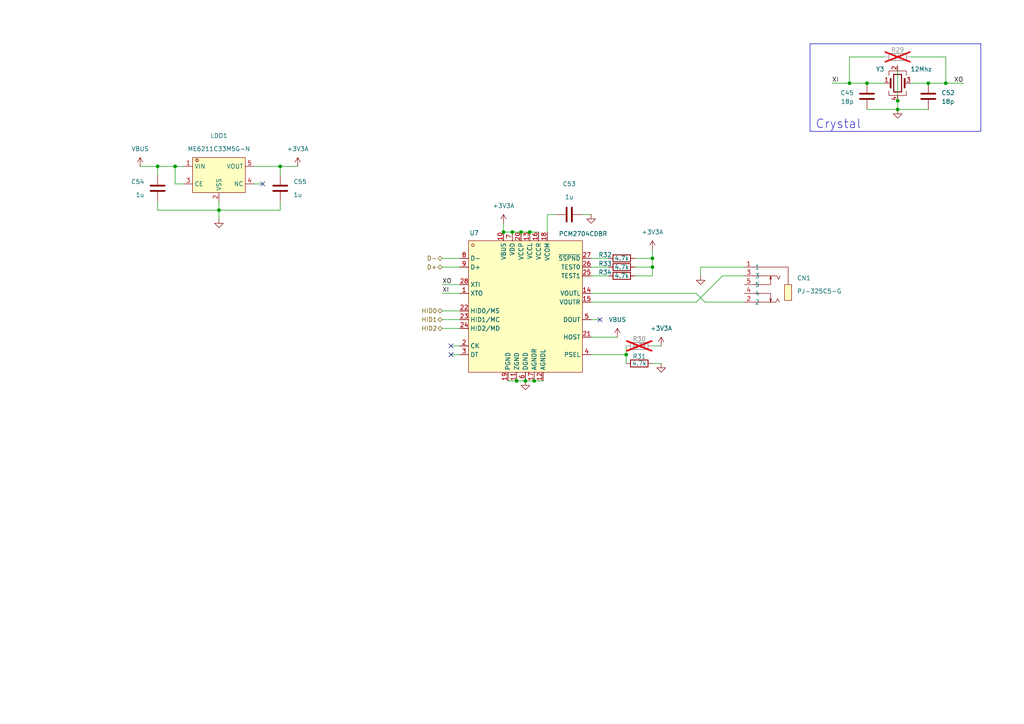
<source format=kicad_sch>
(kicad_sch (version 20250114) (generator "eeschema") (generator_version "9.0")
  (paper "A4")
  (lib_symbols
    (symbol "Device:C" (pin_numbers (hide yes)) (pin_names (offset 0.254))
      (property "Reference" "C" (at 0.635 2.54 0))
      (property "Value" "C" (at 0.635 -2.54 0))
      (symbol "C_0_1"
        (polyline (pts (xy -2.032 0.762) (xy 2.032 0.762)) (stroke (width 0.508)))
        (polyline (pts (xy -2.032 -0.762) (xy 2.032 -0.762)) (stroke (width 0.508)))
      )
      (symbol "C_1_1"
        (pin passive line (at 0 3.81 270) (length 2.794) (name "~") (number "1"))
        (pin passive line (at 0 -3.81 90) (length 2.794) (name "~") (number "2"))
      )
    )
    (symbol "Device:Crystal_GND24" (pin_names (offset 1.016) (hide yes))
      (property "Reference" "Y" (at 3.175 5.08 0))
      (property "Value" "Crystal_GND24" (at 3.175 3.175 0))
      (symbol "Crystal_GND24_0_1"
        (polyline (pts (xy -2.54 2.286) (xy -2.54 3.556) (xy 2.54 3.556) (xy 2.54 2.286)))
        (polyline (pts (xy -2.54 0) (xy -2.032 0)))
        (polyline (pts (xy -2.54 -2.286) (xy -2.54 -3.556) (xy 2.54 -3.556) (xy 2.54 -2.286)))
        (polyline (pts (xy -2.032 -1.27) (xy -2.032 1.27)) (stroke (width 0.508)))
        (rectangle (start -1.143 2.54) (end 1.143 -2.54) (stroke (width 0.3048)))
        (polyline (pts (xy 0 3.556) (xy 0 3.81)))
        (polyline (pts (xy 0 -3.81) (xy 0 -3.556)))
        (polyline (pts (xy 2.032 0) (xy 2.54 0)))
        (polyline (pts (xy 2.032 -1.27) (xy 2.032 1.27)) (stroke (width 0.508)))
      )
      (symbol "Crystal_GND24_1_1"
        (pin passive line (at -3.81 0 0) (length 1.27) (name "1") (number "1"))
        (pin passive line (at 0 5.08 270) (length 1.27) (name "2") (number "2"))
        (pin passive line (at 0 -5.08 90) (length 1.27) (name "4") (number "4"))
        (pin passive line (at 3.81 0 180) (length 1.27) (name "3") (number "3"))
      )
    )
    (symbol "Device:R" (pin_numbers (hide yes)) (pin_names (offset 0))
      (property "Reference" "R" (at 2.032 0 90))
      (property "Value" "R" (at 0 0 90))
      (symbol "R_0_1"
        (rectangle (start -1.016 -2.54) (end 1.016 2.54) (stroke (width 0.254)))
      )
      (symbol "R_1_1"
        (pin passive line (at 0 3.81 270) (length 1.27) (name "~") (number "1"))
        (pin passive line (at 0 -3.81 90) (length 1.27) (name "~") (number "2"))
      )
    )
    (symbol "easyeda2kicad:ME6211C33M5G-N"
      (property "Reference" "LDO" (at -5.842 6.35 0))
      (property "Value" "ME6211C33M5G-N" (at 7.366 6.35 0))
      (symbol "ME6211C33M5G-N_0_1"
        (rectangle (start -7.62 5.08) (end 7.62 -5.08) (fill (type background)))
        (circle (center -6.35 4.32) (radius 0.38))
        (circle (center -6.35 4.32) (radius 0.38))
        (pin power_in line (at -10.16 2.54 0) (length 2.54) (name "VIN") (number "1"))
        (pin unspecified line (at -10.16 -2.54 0) (length 2.54) (name "CE") (number "3"))
        (pin power_in line (at 0 -7.62 90) (length 2.54) (name "VSS") (number "2"))
        (pin power_out line (at 10.16 2.54 180) (length 2.54) (name "VOUT") (number "5"))
        (pin unspecified line (at 10.16 -2.54 180) (length 2.54) (name "NC") (number "4"))
      )
    )
    (symbol "easyeda2kicad:PCM2705CDBR"
      (property "Reference" "U" (at 0 21.59 0))
      (property "Value" "PCM2705CDBR" (at 0 -21.59 0))
      (symbol "PCM2705CDBR_0_1"
        (rectangle (start -16.51 19.05) (end 16.51 -19.05) (fill (type background)))
        (circle (center -15.24 17.78) (radius 0.38))
        (pin unspecified line (at -19.05 13.97 0) (length 2.54) (name "D-") (number "8"))
        (pin unspecified line (at -19.05 11.43 0) (length 2.54) (name "D+") (number "9"))
        (pin unspecified line (at -19.05 6.35 0) (length 2.54) (name "XTI") (number "28"))
        (pin unspecified line (at -19.05 3.81 0) (length 2.54) (name "XTO") (number "1"))
        (pin unspecified line (at -19.05 -1.27 0) (length 2.54) (name "HID0/MS") (number "22"))
        (pin unspecified line (at -19.05 -3.81 0) (length 2.54) (name "HID1/MC") (number "23"))
        (pin unspecified line (at -19.05 -6.35 0) (length 2.54) (name "HID2/MD") (number "24"))
        (pin unspecified line (at -19.05 -11.43 0) (length 2.54) (name "CK") (number "2"))
        (pin unspecified line (at -19.05 -13.97 0) (length 2.54) (name "DT") (number "3"))
        (pin unspecified line (at -6.35 21.59 270) (length 2.54) (name "VBUS") (number "10"))
        (pin unspecified line (at -5.08 -21.59 90) (length 2.54) (name "PGND") (number "19"))
        (pin unspecified line (at -3.81 21.59 270) (length 2.54) (name "VDD") (number "7"))
        (pin unspecified line (at -2.54 -21.59 90) (length 2.54) (name "ZGND") (number "11"))
        (pin unspecified line (at -1.27 21.59 270) (length 2.54) (name "VCCP") (number "20"))
        (pin unspecified line (at 0 -21.59 90) (length 2.54) (name "DGND") (number "6"))
        (pin unspecified line (at 1.27 21.59 270) (length 2.54) (name "VCCL") (number "13"))
        (pin unspecified line (at 2.54 -21.59 90) (length 2.54) (name "AGNDR") (number "17"))
        (pin unspecified line (at 3.81 21.59 270) (length 2.54) (name "VCCR") (number "16"))
        (pin unspecified line (at 5.08 -21.59 90) (length 2.54) (name "AGNDL") (number "12"))
        (pin unspecified line (at 6.35 21.59 270) (length 2.54) (name "VCOM") (number "18"))
        (pin unspecified line (at 19.05 13.97 180) (length 2.54) (name "~{SSPND}") (number "27"))
        (pin unspecified line (at 19.05 11.43 180) (length 2.54) (name "TEST0") (number "26"))
        (pin unspecified line (at 19.05 8.89 180) (length 2.54) (name "TEST1") (number "25"))
        (pin unspecified line (at 19.05 3.81 180) (length 2.54) (name "VOUTL") (number "14"))
        (pin unspecified line (at 19.05 1.27 180) (length 2.54) (name "VOUTR") (number "15"))
        (pin unspecified line (at 19.05 -3.81 180) (length 2.54) (name "DOUT") (number "5"))
        (pin unspecified line (at 19.05 -8.89 180) (length 2.54) (name "HOST") (number "21"))
        (pin unspecified line (at 19.05 -13.97 180) (length 2.54) (name "PSEL") (number "4"))
      )
    )
    (symbol "easyeda2kicad:PJ-325C5-G"
      (property "Reference" "CN" (at 0 10.16 0))
      (property "Value" "PJ-325C5-G" (at 0 -10.16 0))
      (symbol "PJ-325C5-G_0_1"
        (rectangle (start -11.18 0) (end -9.14 -4.57) (fill (type background)))
        (polyline (pts (xy -5.08 2.54) (xy -5.33 1.52)))
        (polyline (pts (xy -5.08 -5.08) (xy -5.33 -4.06)))
        (polyline (pts (xy 0 5.08) (xy -10.16 5.08) (xy -10.16 0)))
        (polyline (pts (xy 0 2.54) (xy -6.86 2.54) (xy -7.37 1.52) (xy -7.87 2.54)))
        (polyline (pts (xy 0 0) (xy -5.08 0) (xy -5.08 2.54) (xy -4.83 1.52)))
        (polyline (pts (xy 0 -2.54) (xy -5.08 -2.54) (xy -5.08 -5.08) (xy -4.83 -4.06)))
        (polyline (pts (xy 0 -5.08) (xy -6.6 -5.08) (xy -7.11 -4.06) (xy -7.62 -5.08)))
        (pin unspecified line (at 2.54 5.08 180) (length 2.54) (name "1") (number "1"))
        (pin unspecified line (at 2.54 2.54 180) (length 2.54) (name "3") (number "3"))
        (pin unspecified line (at 2.54 0 180) (length 2.54) (name "5") (number "5"))
        (pin unspecified line (at 2.54 -2.54 180) (length 2.54) (name "4") (number "4"))
        (pin unspecified line (at 2.54 -5.08 180) (length 2.54) (name "2") (number "2"))
      )
    )
    (symbol "power:+3V3" (power) (pin_numbers (hide yes)) (pin_names (offset 0) (hide yes))
      (property "Value" "+3V3" (at 0 3.556 0))
      (symbol "+3V3_0_1"
        (polyline (pts (xy -0.762 1.27) (xy 0 2.54)))
        (polyline (pts (xy 0 2.54) (xy 0.762 1.27)))
        (polyline (pts (xy 0 0) (xy 0 2.54)))
      )
      (symbol "+3V3_1_1"
        (pin power_in line (at 0 0 90) (length 0) (name "~") (number "1"))
      )
    )
    (symbol "power:GND" (power) (pin_numbers (hide yes)) (pin_names (offset 0) (hide yes))
      (property "Value" "GND" (at 0 -3.81 0))
      (symbol "GND_0_1"
        (polyline (pts (xy 0 0) (xy 0 -1.27) (xy 1.27 -1.27) (xy 0 -2.54) (xy -1.27 -1.27) (xy 0 -1.27)))
      )
      (symbol "GND_1_1"
        (pin power_in line (at 0 0 270) (length 0) (name "~") (number "1"))
      )
    )
    (symbol "power:VBUS" (power) (pin_numbers (hide yes)) (pin_names (offset 0) (hide yes))
      (property "Value" "VBUS" (at 0 3.556 0))
      (symbol "VBUS_0_1"
        (polyline (pts (xy -0.762 1.27) (xy 0 2.54)))
        (polyline (pts (xy 0 2.54) (xy 0.762 1.27)))
        (polyline (pts (xy 0 0) (xy 0 2.54)))
      )
      (symbol "VBUS_1_1"
        (pin power_in line (at 0 0 90) (length 0) (name "~") (number "1"))
      )
    )
  )
  (text "Crystal" (at 236.474 37.592 0) (effects (font (size 2.54 2.54)) (justify left bottom)))
  (junction (at 152.4 110.49))
  (junction (at 63.5 60.96))
  (junction (at 81.28 48.26))
  (junction (at 151.13 67.31))
  (junction (at 146.05 67.31))
  (junction (at 149.86 110.49))
  (junction (at 148.59 67.31))
  (junction (at 269.24 24.13))
  (junction (at 45.72 48.26))
  (junction (at 154.94 110.49))
  (junction (at 189.23 77.47))
  (junction (at 260.35 29.21))
  (junction (at 181.61 102.87))
  (junction (at 50.8 48.26))
  (junction (at 251.46 24.13))
  (junction (at 153.67 67.31))
  (junction (at 274.32 24.13))
  (junction (at 260.35 31.75))
  (junction (at 189.23 74.93))
  (junction (at 246.38 24.13))
  (no_connect (at 130.81 100.33))
  (no_connect (at 130.81 102.87))
  (no_connect (at 173.99 92.71))
  (no_connect (at 76.2 53.34))
  (wire (pts (xy 128.27 77.47) (xy 133.35 77.47)))
  (wire (pts (xy 171.45 87.63) (xy 201.93 87.63)))
  (wire (pts (xy 246.38 24.13) (xy 251.46 24.13)))
  (wire (pts (xy 171.45 80.01) (xy 176.53 80.01)))
  (wire (pts (xy 189.23 72.39) (xy 189.23 74.93)))
  (wire (pts (xy 81.28 48.26) (xy 73.66 48.26)))
  (wire (pts (xy 269.24 24.13) (xy 274.32 24.13)))
  (wire (pts (xy 171.45 97.79) (xy 179.07 97.79)))
  (wire (pts (xy 63.5 60.96) (xy 63.5 58.42)))
  (wire (pts (xy 128.27 85.09) (xy 133.35 85.09)))
  (wire (pts (xy 146.05 67.31) (xy 148.59 67.31)))
  (polyline (pts (xy 284.48 12.7) (xy 284.48 38.1)))
  (wire (pts (xy 168.91 62.23) (xy 171.45 62.23)))
  (wire (pts (xy 246.38 16.51) (xy 246.38 24.13)))
  (wire (pts (xy 173.99 92.71) (xy 171.45 92.71)))
  (wire (pts (xy 251.46 31.75) (xy 260.35 31.75)))
  (wire (pts (xy 158.75 62.23) (xy 158.75 67.31)))
  (wire (pts (xy 274.32 24.13) (xy 279.4 24.13)))
  (wire (pts (xy 81.28 58.42) (xy 81.28 60.96)))
  (wire (pts (xy 50.8 48.26) (xy 53.34 48.26)))
  (wire (pts (xy 274.32 16.51) (xy 274.32 24.13)))
  (wire (pts (xy 146.05 64.77) (xy 146.05 67.31)))
  (wire (pts (xy 203.2 77.47) (xy 203.2 80.01)))
  (wire (pts (xy 189.23 74.93) (xy 189.23 77.47)))
  (wire (pts (xy 86.36 48.26) (xy 81.28 48.26)))
  (wire (pts (xy 256.54 16.51) (xy 246.38 16.51)))
  (wire (pts (xy 184.15 80.01) (xy 189.23 80.01)))
  (wire (pts (xy 148.59 67.31) (xy 151.13 67.31)))
  (wire (pts (xy 241.3 24.13) (xy 246.38 24.13)))
  (wire (pts (xy 154.94 110.49) (xy 157.48 110.49)))
  (wire (pts (xy 204.47 87.63) (xy 215.9 87.63)))
  (wire (pts (xy 181.61 102.87) (xy 171.45 102.87)))
  (wire (pts (xy 189.23 77.47) (xy 189.23 80.01)))
  (wire (pts (xy 128.27 74.93) (xy 133.35 74.93)))
  (wire (pts (xy 40.64 48.26) (xy 45.72 48.26)))
  (polyline (pts (xy 234.95 12.7) (xy 284.48 12.7)))
  (wire (pts (xy 128.27 92.71) (xy 133.35 92.71)))
  (wire (pts (xy 153.67 67.31) (xy 156.21 67.31)))
  (wire (pts (xy 128.27 95.25) (xy 133.35 95.25)))
  (wire (pts (xy 184.15 74.93) (xy 189.23 74.93)))
  (wire (pts (xy 171.45 74.93) (xy 176.53 74.93)))
  (wire (pts (xy 181.61 100.33) (xy 181.61 102.87)))
  (wire (pts (xy 184.15 77.47) (xy 189.23 77.47)))
  (wire (pts (xy 149.86 110.49) (xy 152.4 110.49)))
  (wire (pts (xy 201.93 85.09) (xy 204.47 87.63)))
  (wire (pts (xy 45.72 50.8) (xy 45.72 48.26)))
  (wire (pts (xy 50.8 48.26) (xy 50.8 53.34)))
  (wire (pts (xy 152.4 110.49) (xy 154.94 110.49)))
  (wire (pts (xy 260.35 31.75) (xy 269.24 31.75)))
  (wire (pts (xy 171.45 77.47) (xy 176.53 77.47)))
  (wire (pts (xy 151.13 67.31) (xy 153.67 67.31)))
  (wire (pts (xy 76.2 53.34) (xy 73.66 53.34)))
  (wire (pts (xy 260.35 31.75) (xy 260.35 29.21)))
  (wire (pts (xy 128.27 90.17) (xy 133.35 90.17)))
  (wire (pts (xy 45.72 60.96) (xy 63.5 60.96)))
  (wire (pts (xy 63.5 63.5) (xy 63.5 60.96)))
  (wire (pts (xy 269.24 24.13) (xy 264.16 24.13)))
  (wire (pts (xy 264.16 16.51) (xy 274.32 16.51)))
  (wire (pts (xy 203.2 77.47) (xy 215.9 77.47)))
  (wire (pts (xy 158.75 62.23) (xy 161.29 62.23)))
  (wire (pts (xy 181.61 102.87) (xy 181.61 105.41)))
  (wire (pts (xy 81.28 48.26) (xy 81.28 50.8)))
  (wire (pts (xy 50.8 53.34) (xy 53.34 53.34)))
  (wire (pts (xy 133.35 82.55) (xy 128.27 82.55)))
  (wire (pts (xy 147.32 110.49) (xy 149.86 110.49)))
  (wire (pts (xy 251.46 24.13) (xy 256.54 24.13)))
  (wire (pts (xy 191.77 100.33) (xy 189.23 100.33)))
  (wire (pts (xy 63.5 60.96) (xy 81.28 60.96)))
  (wire (pts (xy 130.81 102.87) (xy 133.35 102.87)))
  (wire (pts (xy 171.45 85.09) (xy 201.93 85.09)))
  (wire (pts (xy 260.35 19.05) (xy 260.35 29.21)))
  (polyline (pts (xy 234.95 38.1) (xy 234.95 12.7)))
  (wire (pts (xy 191.77 105.41) (xy 189.23 105.41)))
  (wire (pts (xy 201.93 87.63) (xy 209.55 80.01)))
  (wire (pts (xy 45.72 58.42) (xy 45.72 60.96)))
  (wire (pts (xy 130.81 100.33) (xy 133.35 100.33)))
  (polyline (pts (xy 284.48 38.1) (xy 234.95 38.1)))
  (wire (pts (xy 209.55 80.01) (xy 215.9 80.01)))
  (wire (pts (xy 45.72 48.26) (xy 50.8 48.26)))
  (label "XI" (at 241.3 24.13 0))
  (label "XI" (at 128.27 85.09 0))
  (label "XO" (at 279.4 24.13 180))
  (label "XO" (at 128.27 82.55 0))
  (hierarchical_label "HID1" (shape bidirectional) (at 128.27 92.71 180))
  (hierarchical_label "HID2" (shape bidirectional) (at 128.27 95.25 180))
  (hierarchical_label "HID0" (shape bidirectional) (at 128.27 90.17 180))
  (hierarchical_label "D+" (shape bidirectional) (at 128.27 77.47 180))
  (hierarchical_label "D-" (shape bidirectional) (at 128.27 74.93 180))
  (symbol (lib_id "power:GND") (at 260.35 31.75 0) (unit 1)
    (property "Reference" "#PWR057" (effects (hide yes)))
    (property "Value" "GND" (effects (hide yes)))
    (property "Description" "Power symbol creates a global label with name \"GND\" , ground" (effects (hide yes)))
  )
  (symbol (lib_id "Device:C") (at 251.46 27.94 0) (unit 1)
    (property "Reference" "C45" (at 247.65 26.924 0) (effects (justify right)))
    (property "Value" "18p" (at 247.65 29.464 0) (effects (justify right)))
    (property "Footprint" "Capacitor_SMD:C_0402_1005Metric" (effects (hide yes)))
    (property "Description" "Unpolarized capacitor" (effects (hide yes)))
    (property "LCSC Part #" "C1549" (effects (hide yes)))
  )
  (symbol (lib_id "Device:R") (at 185.42 105.41 90) (unit 1)
    (property "Reference" "R31" (at 185.42 103.378 90))
    (property "Value" "4.7k" (at 185.42 105.41 90))
    (property "Footprint" "Resistor_SMD:R_0402_1005Metric" (effects (hide yes)))
    (property "Description" "Resistor" (effects (hide yes)))
    (property "LCSC Part #" "C25900" (effects (hide yes)))
  )
  (symbol (lib_id "power:GND") (at 171.45 62.23 0) (unit 1)
    (property "Reference" "#PWR061" (effects (hide yes)))
    (property "Value" "GND" (effects (hide yes)))
    (property "Description" "Power symbol creates a global label with name \"GND\" , ground" (effects (hide yes)))
  )
  (symbol (lib_id "power:GND") (at 203.2 80.01 0) (unit 1)
    (property "Reference" "#PWR064" (effects (hide yes)))
    (property "Value" "GND" (effects (hide yes)))
    (property "Description" "Power symbol creates a global label with name \"GND\" , ground" (effects (hide yes)))
  )
  (symbol (lib_id "easyeda2kicad:ME6211C33M5G-N") (at 63.5 50.8 0) (unit 1)
    (property "Reference" "LDO1" (at 63.5 39.37 0))
    (property "Value" "ME6211C33M5G-N" (at 63.5 43.18 0))
    (property "Footprint" "easyeda2kicad:SOT-23-5_L3.0-W1.7-P0.95-LS2.8-BL" (effects (hide yes)))
    (property "Datasheet" "https://lcsc.com/product-detail/Low-Dropout-Regulators-LDO_ME6211C33M5G-N_C82942.html" (effects (hide yes)))
    (property "LCSC Part" "C82942" (effects (hide yes)))
  )
  (symbol (lib_id "power:GND") (at 191.77 105.41 0) (unit 1)
    (property "Reference" "#PWR063" (effects (hide yes)))
    (property "Value" "GND" (effects (hide yes)))
    (property "Description" "Power symbol creates a global label with name \"GND\" , ground" (effects (hide yes)))
  )
  (symbol (lib_id "Device:C") (at 269.24 27.94 0) (mirror y) (unit 1)
    (property "Reference" "C52" (at 273.05 26.924 0) (effects (justify right)))
    (property "Value" "18p" (at 273.05 29.464 0) (effects (justify right)))
    (property "Footprint" "Capacitor_SMD:C_0402_1005Metric" (effects (hide yes)))
    (property "Description" "Unpolarized capacitor" (effects (hide yes)))
    (property "LCSC Part #" "C1549" (effects (hide yes)))
  )
  (symbol (lib_id "Device:C") (at 45.72 54.61 0) (mirror y) (unit 1)
    (property "Reference" "C54" (at 41.91 52.7049 0) (effects (justify left)))
    (property "Value" "1u" (at 41.91 56.5149 0) (effects (justify left)))
    (property "Footprint" "Capacitor_SMD:C_0603_1608Metric" (effects (hide yes)))
    (property "Description" "Unpolarized capacitor" (effects (hide yes)))
    (property "LCSC Part #" "C15849" (effects (hide yes)))
  )
  (symbol (lib_id "easyeda2kicad:PCM2705CDBR") (at 152.4 88.9 0) (unit 1)
    (property "Reference" "U7" (at 136.144 67.564 0) (effects (justify left)))
    (property "Value" "PCM2704CDBR" (at 162.052 67.818 0) (effects (justify left)))
    (property "Footprint" "easyeda2kicad:SSOP-28_L10.2-W5.3-P0.65-LS7.8-BL" (effects (hide yes)))
    (property "LCSC Part" "C2859784" (effects (hide yes)))
  )
  (symbol (lib_id "easyeda2kicad:PJ-325C5-G") (at 218.44 82.55 0) (mirror y) (unit 1)
    (property "Reference" "CN1" (at 231.14 80.6449 0) (effects (justify right)))
    (property "Value" "PJ-325C5-G" (at 231.14 84.4549 0) (effects (justify right)))
    (property "Footprint" "easyeda2kicad:AUDIO-TH_PJ-325C5-G" (effects (hide yes)))
    (property "Datasheet" "https://lcsc.com/product-detail/Audio-Video-Connectors_XKB-Connectivity-PJ-325C5-G_C692438.html" (effects (hide yes)))
    (property "LCSC Part" "C692438" (effects (hide yes)))
  )
  (symbol (lib_id "power:VBUS") (at 179.07 97.79 0) (unit 1)
    (property "Reference" "#PWR059" (effects (hide yes)))
    (property "Value" "VBUS" (at 179.07 92.71 0))
    (property "Description" "Power symbol creates a global label with name \"VBUS\"" (effects (hide yes)))
  )
  (symbol (lib_id "Device:R") (at 185.42 100.33 90) (unit 1) (dnp yes)
    (property "Reference" "R30" (at 185.42 98.298 90))
    (property "Value" "4.7k" (at 185.42 100.33 90))
    (property "Footprint" "Resistor_SMD:R_0402_1005Metric" (effects (hide yes)))
    (property "Description" "Resistor" (effects (hide yes)))
    (property "LCSC Part #" "C25900" (effects (hide yes)))
  )
  (symbol (lib_id "Device:R") (at 180.34 80.01 90) (unit 1)
    (property "Reference" "R34" (at 175.514 78.994 90))
    (property "Value" "4.7k" (at 180.34 80.01 90))
    (property "Footprint" "Resistor_SMD:R_0402_1005Metric" (effects (hide yes)))
    (property "Description" "Resistor" (effects (hide yes)))
    (property "LCSC Part #" "C25900" (effects (hide yes)))
  )
  (symbol (lib_id "power:VBUS") (at 40.64 48.26 0) (unit 1)
    (property "Reference" "#PWR076" (effects (hide yes)))
    (property "Value" "VBUS" (at 40.64 43.18 0))
    (property "Description" "Power symbol creates a global label with name \"VBUS\"" (effects (hide yes)))
  )
  (symbol (lib_id "power:+3V3") (at 146.05 64.77 0) (unit 1)
    (property "Reference" "#PWR060" (effects (hide yes)))
    (property "Value" "+3V3A" (at 146.05 59.69 0))
    (property "Description" "Power symbol creates a global label with name \"+3V3\"" (effects (hide yes)))
  )
  (symbol (lib_id "Device:R") (at 260.35 16.51 90) (unit 1) (on_board no) (dnp yes)
    (property "Reference" "R29" (at 260.35 14.478 90))
    (property "Value" "1M" (at 260.35 16.51 90))
    (property "Footprint" "Resistor_SMD:R_0402_1005Metric" (effects (hide yes)))
    (property "Description" "Resistor" (effects (hide yes)))
    (property "LCSC Part #" "C26083" (effects (hide yes)))
  )
  (symbol (lib_id "power:+3V3") (at 191.77 100.33 0) (unit 1)
    (property "Reference" "#PWR062" (effects (hide yes)))
    (property "Value" "+3V3A" (at 191.77 95.25 0))
    (property "Description" "Power symbol creates a global label with name \"+3V3\"" (effects (hide yes)))
  )
  (symbol (lib_id "Device:Crystal_GND24") (at 260.35 24.13 0) (unit 1)
    (property "Reference" "Y3" (at 255.27 20.066 0))
    (property "Value" "12Mhz" (at 267.208 20.066 0))
    (property "Footprint" "Crystal:Crystal_SMD_3225-4Pin_3.2x2.5mm" (effects (hide yes)))
    (property "Description" "Four pin crystal, GND on pins 2 and 4" (effects (hide yes)))
    (property "LCSC Part #" "C9006" (effects (hide yes)))
  )
  (symbol (lib_id "power:+3V3") (at 86.36 48.26 0) (unit 1)
    (property "Reference" "#PWR075" (effects (hide yes)))
    (property "Value" "+3V3A" (at 86.36 43.18 0))
    (property "Description" "Power symbol creates a global label with name \"+3V3\"" (effects (hide yes)))
  )
  (symbol (lib_id "Device:R") (at 180.34 77.47 90) (unit 1)
    (property "Reference" "R33" (at 175.514 76.454 90))
    (property "Value" "4.7k" (at 180.34 77.47 90))
    (property "Footprint" "Resistor_SMD:R_0402_1005Metric" (effects (hide yes)))
    (property "Description" "Resistor" (effects (hide yes)))
    (property "LCSC Part #" "C25900" (effects (hide yes)))
  )
  (symbol (lib_id "Device:C") (at 165.1 62.23 90) (unit 1)
    (property "Reference" "C53" (at 165.1 53.34 90))
    (property "Value" "1u" (at 165.1 57.15 90))
    (property "Footprint" "Capacitor_SMD:C_0603_1608Metric" (effects (hide yes)))
    (property "Description" "Unpolarized capacitor" (effects (hide yes)))
    (property "LCSC Part #" "C15849" (effects (hide yes)))
  )
  (symbol (lib_id "Device:R") (at 180.34 74.93 90) (unit 1)
    (property "Reference" "R32" (at 175.514 73.914 90))
    (property "Value" "4.7k" (at 180.34 74.93 90))
    (property "Footprint" "Resistor_SMD:R_0402_1005Metric" (effects (hide yes)))
    (property "Description" "Resistor" (effects (hide yes)))
    (property "LCSC Part #" "C25900" (effects (hide yes)))
  )
  (symbol (lib_id "power:GND") (at 152.4 110.49 0) (unit 1)
    (property "Reference" "#PWR058" (effects (hide yes)))
    (property "Value" "GND" (effects (hide yes)))
    (property "Description" "Power symbol creates a global label with name \"GND\" , ground" (effects (hide yes)))
  )
  (symbol (lib_id "Device:C") (at 81.28 54.61 0) (unit 1)
    (property "Reference" "C55" (at 85.09 52.7049 0) (effects (justify left)))
    (property "Value" "1u" (at 85.09 56.5149 0) (effects (justify left)))
    (property "Footprint" "Capacitor_SMD:C_0603_1608Metric" (effects (hide yes)))
    (property "Description" "Unpolarized capacitor" (effects (hide yes)))
    (property "LCSC Part #" "C15849" (effects (hide yes)))
  )
  (symbol (lib_id "power:GND") (at 63.5 63.5 0) (unit 1)
    (property "Reference" "#PWR077" (effects (hide yes)))
    (property "Value" "GND" (effects (hide yes)))
    (property "Description" "Power symbol creates a global label with name \"GND\" , ground" (effects (hide yes)))
  )
  (symbol (lib_id "power:+3V3") (at 189.23 72.39 0) (unit 1)
    (property "Reference" "#PWR065" (effects (hide yes)))
    (property "Value" "+3V3A" (at 189.23 67.31 0))
    (property "Description" "Power symbol creates a global label with name \"+3V3\"" (effects (hide yes)))
  )
)
</source>
